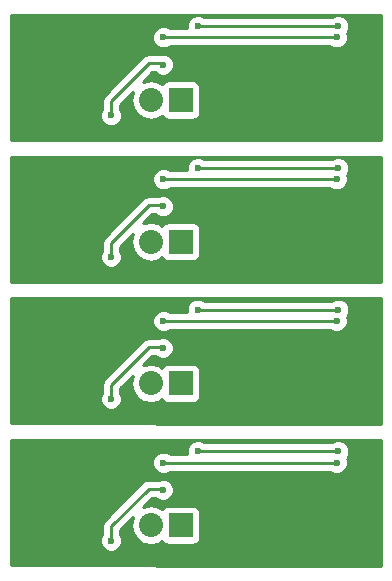
<source format=gbl>
G04 #@! TF.FileFunction,Copper,L2,Bot,Signal*
%FSLAX46Y46*%
G04 Gerber Fmt 4.6, Leading zero omitted, Abs format (unit mm)*
G04 Created by KiCad (PCBNEW 4.0.2-stable) date 11.06.2016 10:01:23*
%MOMM*%
G01*
G04 APERTURE LIST*
%ADD10C,0.200000*%
%ADD11R,2.032000X2.032000*%
%ADD12O,2.032000X2.032000*%
%ADD13C,0.600000*%
%ADD14C,0.250000*%
%ADD15C,0.254000*%
G04 APERTURE END LIST*
D10*
D11*
X118385000Y-109185000D03*
D12*
X115845000Y-109185000D03*
D11*
X118385000Y-97185000D03*
D12*
X115845000Y-97185000D03*
D11*
X118385000Y-85185000D03*
D12*
X115845000Y-85185000D03*
D11*
X118385000Y-73185000D03*
D12*
X115845000Y-73185000D03*
D13*
X107485000Y-109485000D03*
X133085000Y-111135000D03*
X120335000Y-111685000D03*
X119785000Y-104985000D03*
X107485000Y-97485000D03*
X133085000Y-99135000D03*
X120335000Y-99685000D03*
X119785000Y-92985000D03*
X107485000Y-85485000D03*
X133085000Y-87135000D03*
X120335000Y-87685000D03*
X119785000Y-80985000D03*
X107485000Y-73485000D03*
X133085000Y-75135000D03*
X120335000Y-75685000D03*
X119785000Y-68985000D03*
X116885000Y-106185000D03*
X112485000Y-110485000D03*
X116885000Y-94185000D03*
X112485000Y-98485000D03*
X116885000Y-82185000D03*
X112485000Y-86485000D03*
X116885000Y-70185000D03*
X112485000Y-74485000D03*
X116935000Y-103885000D03*
X131585000Y-103885000D03*
X116935000Y-91885000D03*
X131585000Y-91885000D03*
X116935000Y-79885000D03*
X131585000Y-79885000D03*
X116935000Y-67885000D03*
X131585000Y-67885000D03*
X131735000Y-102935000D03*
X119835000Y-102935000D03*
X131735000Y-90935000D03*
X119835000Y-90935000D03*
X131735000Y-78935000D03*
X119835000Y-78935000D03*
X131735000Y-66935000D03*
X119835000Y-66935000D03*
D14*
X120335000Y-105535000D02*
X120335000Y-111685000D01*
X119785000Y-104985000D02*
X120335000Y-105535000D01*
X120335000Y-93535000D02*
X120335000Y-99685000D01*
X119785000Y-92985000D02*
X120335000Y-93535000D01*
X120335000Y-81535000D02*
X120335000Y-87685000D01*
X119785000Y-80985000D02*
X120335000Y-81535000D01*
X120335000Y-69535000D02*
X120335000Y-75685000D01*
X119785000Y-68985000D02*
X120335000Y-69535000D01*
X116885000Y-106185000D02*
X116785000Y-106085000D01*
X116785000Y-106085000D02*
X115685000Y-106085000D01*
X112485000Y-109285000D02*
X112485000Y-110485000D01*
X115685000Y-106085000D02*
X112485000Y-109285000D01*
X116885000Y-94185000D02*
X116785000Y-94085000D01*
X116785000Y-94085000D02*
X115685000Y-94085000D01*
X112485000Y-97285000D02*
X112485000Y-98485000D01*
X115685000Y-94085000D02*
X112485000Y-97285000D01*
X116885000Y-82185000D02*
X116785000Y-82085000D01*
X116785000Y-82085000D02*
X115685000Y-82085000D01*
X112485000Y-85285000D02*
X112485000Y-86485000D01*
X115685000Y-82085000D02*
X112485000Y-85285000D01*
X116885000Y-70185000D02*
X116785000Y-70085000D01*
X116785000Y-70085000D02*
X115685000Y-70085000D01*
X112485000Y-73285000D02*
X112485000Y-74485000D01*
X115685000Y-70085000D02*
X112485000Y-73285000D01*
X116935000Y-103885000D02*
X131585000Y-103885000D01*
X116935000Y-91885000D02*
X131585000Y-91885000D01*
X116935000Y-79885000D02*
X131585000Y-79885000D01*
X116935000Y-67885000D02*
X131585000Y-67885000D01*
X119835000Y-102935000D02*
X131735000Y-102935000D01*
X119835000Y-90935000D02*
X131735000Y-90935000D01*
X119835000Y-78935000D02*
X131735000Y-78935000D01*
X119835000Y-66935000D02*
X131735000Y-66935000D01*
D15*
G36*
X135358000Y-112608000D02*
X126635309Y-112608000D01*
X106085309Y-112558000D01*
X104012000Y-112558000D01*
X104012000Y-110670167D01*
X111549838Y-110670167D01*
X111691883Y-111013943D01*
X111954673Y-111277192D01*
X112298201Y-111419838D01*
X112670167Y-111420162D01*
X113013943Y-111278117D01*
X113277192Y-111015327D01*
X113419838Y-110671799D01*
X113420162Y-110299833D01*
X113278117Y-109956057D01*
X113245000Y-109922882D01*
X113245000Y-109599802D01*
X114318612Y-108526190D01*
X114194000Y-109152655D01*
X114194000Y-109217345D01*
X114319675Y-109849155D01*
X114677567Y-110384778D01*
X115213190Y-110742670D01*
X115845000Y-110868345D01*
X116476810Y-110742670D01*
X116816792Y-110515501D01*
X116904910Y-110652441D01*
X117117110Y-110797431D01*
X117369000Y-110848440D01*
X119401000Y-110848440D01*
X119636317Y-110804162D01*
X119852441Y-110665090D01*
X119997431Y-110452890D01*
X120048440Y-110201000D01*
X120048440Y-108169000D01*
X120004162Y-107933683D01*
X119865090Y-107717559D01*
X119652890Y-107572569D01*
X119401000Y-107521560D01*
X117369000Y-107521560D01*
X117133683Y-107565838D01*
X116917559Y-107704910D01*
X116815802Y-107853837D01*
X116476810Y-107627330D01*
X115845000Y-107501655D01*
X115218535Y-107626267D01*
X115999802Y-106845000D01*
X116222711Y-106845000D01*
X116354673Y-106977192D01*
X116698201Y-107119838D01*
X117070167Y-107120162D01*
X117413943Y-106978117D01*
X117677192Y-106715327D01*
X117819838Y-106371799D01*
X117820162Y-105999833D01*
X117678117Y-105656057D01*
X117415327Y-105392808D01*
X117071799Y-105250162D01*
X116699833Y-105249838D01*
X116517927Y-105325000D01*
X115685000Y-105325000D01*
X115394160Y-105382852D01*
X115147599Y-105547599D01*
X111947599Y-108747599D01*
X111782852Y-108994161D01*
X111725000Y-109285000D01*
X111725000Y-109922537D01*
X111692808Y-109954673D01*
X111550162Y-110298201D01*
X111549838Y-110670167D01*
X104012000Y-110670167D01*
X104012000Y-104070167D01*
X115999838Y-104070167D01*
X116141883Y-104413943D01*
X116404673Y-104677192D01*
X116748201Y-104819838D01*
X117120167Y-104820162D01*
X117463943Y-104678117D01*
X117497118Y-104645000D01*
X131022537Y-104645000D01*
X131054673Y-104677192D01*
X131398201Y-104819838D01*
X131770167Y-104820162D01*
X132113943Y-104678117D01*
X132377192Y-104415327D01*
X132519838Y-104071799D01*
X132520162Y-103699833D01*
X132453615Y-103538776D01*
X132527192Y-103465327D01*
X132669838Y-103121799D01*
X132670162Y-102749833D01*
X132528117Y-102406057D01*
X132265327Y-102142808D01*
X131921799Y-102000162D01*
X131549833Y-101999838D01*
X131206057Y-102141883D01*
X131172882Y-102175000D01*
X120397463Y-102175000D01*
X120365327Y-102142808D01*
X120021799Y-102000162D01*
X119649833Y-101999838D01*
X119306057Y-102141883D01*
X119042808Y-102404673D01*
X118900162Y-102748201D01*
X118899838Y-103120167D01*
X118901835Y-103125000D01*
X117497463Y-103125000D01*
X117465327Y-103092808D01*
X117121799Y-102950162D01*
X116749833Y-102949838D01*
X116406057Y-103091883D01*
X116142808Y-103354673D01*
X116000162Y-103698201D01*
X115999838Y-104070167D01*
X104012000Y-104070167D01*
X104012000Y-101985000D01*
X135358000Y-101985000D01*
X135358000Y-112608000D01*
X135358000Y-112608000D01*
G37*
X135358000Y-112608000D02*
X126635309Y-112608000D01*
X106085309Y-112558000D01*
X104012000Y-112558000D01*
X104012000Y-110670167D01*
X111549838Y-110670167D01*
X111691883Y-111013943D01*
X111954673Y-111277192D01*
X112298201Y-111419838D01*
X112670167Y-111420162D01*
X113013943Y-111278117D01*
X113277192Y-111015327D01*
X113419838Y-110671799D01*
X113420162Y-110299833D01*
X113278117Y-109956057D01*
X113245000Y-109922882D01*
X113245000Y-109599802D01*
X114318612Y-108526190D01*
X114194000Y-109152655D01*
X114194000Y-109217345D01*
X114319675Y-109849155D01*
X114677567Y-110384778D01*
X115213190Y-110742670D01*
X115845000Y-110868345D01*
X116476810Y-110742670D01*
X116816792Y-110515501D01*
X116904910Y-110652441D01*
X117117110Y-110797431D01*
X117369000Y-110848440D01*
X119401000Y-110848440D01*
X119636317Y-110804162D01*
X119852441Y-110665090D01*
X119997431Y-110452890D01*
X120048440Y-110201000D01*
X120048440Y-108169000D01*
X120004162Y-107933683D01*
X119865090Y-107717559D01*
X119652890Y-107572569D01*
X119401000Y-107521560D01*
X117369000Y-107521560D01*
X117133683Y-107565838D01*
X116917559Y-107704910D01*
X116815802Y-107853837D01*
X116476810Y-107627330D01*
X115845000Y-107501655D01*
X115218535Y-107626267D01*
X115999802Y-106845000D01*
X116222711Y-106845000D01*
X116354673Y-106977192D01*
X116698201Y-107119838D01*
X117070167Y-107120162D01*
X117413943Y-106978117D01*
X117677192Y-106715327D01*
X117819838Y-106371799D01*
X117820162Y-105999833D01*
X117678117Y-105656057D01*
X117415327Y-105392808D01*
X117071799Y-105250162D01*
X116699833Y-105249838D01*
X116517927Y-105325000D01*
X115685000Y-105325000D01*
X115394160Y-105382852D01*
X115147599Y-105547599D01*
X111947599Y-108747599D01*
X111782852Y-108994161D01*
X111725000Y-109285000D01*
X111725000Y-109922537D01*
X111692808Y-109954673D01*
X111550162Y-110298201D01*
X111549838Y-110670167D01*
X104012000Y-110670167D01*
X104012000Y-104070167D01*
X115999838Y-104070167D01*
X116141883Y-104413943D01*
X116404673Y-104677192D01*
X116748201Y-104819838D01*
X117120167Y-104820162D01*
X117463943Y-104678117D01*
X117497118Y-104645000D01*
X131022537Y-104645000D01*
X131054673Y-104677192D01*
X131398201Y-104819838D01*
X131770167Y-104820162D01*
X132113943Y-104678117D01*
X132377192Y-104415327D01*
X132519838Y-104071799D01*
X132520162Y-103699833D01*
X132453615Y-103538776D01*
X132527192Y-103465327D01*
X132669838Y-103121799D01*
X132670162Y-102749833D01*
X132528117Y-102406057D01*
X132265327Y-102142808D01*
X131921799Y-102000162D01*
X131549833Y-101999838D01*
X131206057Y-102141883D01*
X131172882Y-102175000D01*
X120397463Y-102175000D01*
X120365327Y-102142808D01*
X120021799Y-102000162D01*
X119649833Y-101999838D01*
X119306057Y-102141883D01*
X119042808Y-102404673D01*
X118900162Y-102748201D01*
X118899838Y-103120167D01*
X118901835Y-103125000D01*
X117497463Y-103125000D01*
X117465327Y-103092808D01*
X117121799Y-102950162D01*
X116749833Y-102949838D01*
X116406057Y-103091883D01*
X116142808Y-103354673D01*
X116000162Y-103698201D01*
X115999838Y-104070167D01*
X104012000Y-104070167D01*
X104012000Y-101985000D01*
X135358000Y-101985000D01*
X135358000Y-112608000D01*
G36*
X135358000Y-100608000D02*
X126635309Y-100608000D01*
X106085309Y-100558000D01*
X104012000Y-100558000D01*
X104012000Y-98670167D01*
X111549838Y-98670167D01*
X111691883Y-99013943D01*
X111954673Y-99277192D01*
X112298201Y-99419838D01*
X112670167Y-99420162D01*
X113013943Y-99278117D01*
X113277192Y-99015327D01*
X113419838Y-98671799D01*
X113420162Y-98299833D01*
X113278117Y-97956057D01*
X113245000Y-97922882D01*
X113245000Y-97599802D01*
X114318612Y-96526190D01*
X114194000Y-97152655D01*
X114194000Y-97217345D01*
X114319675Y-97849155D01*
X114677567Y-98384778D01*
X115213190Y-98742670D01*
X115845000Y-98868345D01*
X116476810Y-98742670D01*
X116816792Y-98515501D01*
X116904910Y-98652441D01*
X117117110Y-98797431D01*
X117369000Y-98848440D01*
X119401000Y-98848440D01*
X119636317Y-98804162D01*
X119852441Y-98665090D01*
X119997431Y-98452890D01*
X120048440Y-98201000D01*
X120048440Y-96169000D01*
X120004162Y-95933683D01*
X119865090Y-95717559D01*
X119652890Y-95572569D01*
X119401000Y-95521560D01*
X117369000Y-95521560D01*
X117133683Y-95565838D01*
X116917559Y-95704910D01*
X116815802Y-95853837D01*
X116476810Y-95627330D01*
X115845000Y-95501655D01*
X115218535Y-95626267D01*
X115999802Y-94845000D01*
X116222711Y-94845000D01*
X116354673Y-94977192D01*
X116698201Y-95119838D01*
X117070167Y-95120162D01*
X117413943Y-94978117D01*
X117677192Y-94715327D01*
X117819838Y-94371799D01*
X117820162Y-93999833D01*
X117678117Y-93656057D01*
X117415327Y-93392808D01*
X117071799Y-93250162D01*
X116699833Y-93249838D01*
X116517927Y-93325000D01*
X115685000Y-93325000D01*
X115394160Y-93382852D01*
X115147599Y-93547599D01*
X111947599Y-96747599D01*
X111782852Y-96994161D01*
X111725000Y-97285000D01*
X111725000Y-97922537D01*
X111692808Y-97954673D01*
X111550162Y-98298201D01*
X111549838Y-98670167D01*
X104012000Y-98670167D01*
X104012000Y-92070167D01*
X115999838Y-92070167D01*
X116141883Y-92413943D01*
X116404673Y-92677192D01*
X116748201Y-92819838D01*
X117120167Y-92820162D01*
X117463943Y-92678117D01*
X117497118Y-92645000D01*
X131022537Y-92645000D01*
X131054673Y-92677192D01*
X131398201Y-92819838D01*
X131770167Y-92820162D01*
X132113943Y-92678117D01*
X132377192Y-92415327D01*
X132519838Y-92071799D01*
X132520162Y-91699833D01*
X132453615Y-91538776D01*
X132527192Y-91465327D01*
X132669838Y-91121799D01*
X132670162Y-90749833D01*
X132528117Y-90406057D01*
X132265327Y-90142808D01*
X131921799Y-90000162D01*
X131549833Y-89999838D01*
X131206057Y-90141883D01*
X131172882Y-90175000D01*
X120397463Y-90175000D01*
X120365327Y-90142808D01*
X120021799Y-90000162D01*
X119649833Y-89999838D01*
X119306057Y-90141883D01*
X119042808Y-90404673D01*
X118900162Y-90748201D01*
X118899838Y-91120167D01*
X118901835Y-91125000D01*
X117497463Y-91125000D01*
X117465327Y-91092808D01*
X117121799Y-90950162D01*
X116749833Y-90949838D01*
X116406057Y-91091883D01*
X116142808Y-91354673D01*
X116000162Y-91698201D01*
X115999838Y-92070167D01*
X104012000Y-92070167D01*
X104012000Y-89985000D01*
X135358000Y-89985000D01*
X135358000Y-100608000D01*
X135358000Y-100608000D01*
G37*
X135358000Y-100608000D02*
X126635309Y-100608000D01*
X106085309Y-100558000D01*
X104012000Y-100558000D01*
X104012000Y-98670167D01*
X111549838Y-98670167D01*
X111691883Y-99013943D01*
X111954673Y-99277192D01*
X112298201Y-99419838D01*
X112670167Y-99420162D01*
X113013943Y-99278117D01*
X113277192Y-99015327D01*
X113419838Y-98671799D01*
X113420162Y-98299833D01*
X113278117Y-97956057D01*
X113245000Y-97922882D01*
X113245000Y-97599802D01*
X114318612Y-96526190D01*
X114194000Y-97152655D01*
X114194000Y-97217345D01*
X114319675Y-97849155D01*
X114677567Y-98384778D01*
X115213190Y-98742670D01*
X115845000Y-98868345D01*
X116476810Y-98742670D01*
X116816792Y-98515501D01*
X116904910Y-98652441D01*
X117117110Y-98797431D01*
X117369000Y-98848440D01*
X119401000Y-98848440D01*
X119636317Y-98804162D01*
X119852441Y-98665090D01*
X119997431Y-98452890D01*
X120048440Y-98201000D01*
X120048440Y-96169000D01*
X120004162Y-95933683D01*
X119865090Y-95717559D01*
X119652890Y-95572569D01*
X119401000Y-95521560D01*
X117369000Y-95521560D01*
X117133683Y-95565838D01*
X116917559Y-95704910D01*
X116815802Y-95853837D01*
X116476810Y-95627330D01*
X115845000Y-95501655D01*
X115218535Y-95626267D01*
X115999802Y-94845000D01*
X116222711Y-94845000D01*
X116354673Y-94977192D01*
X116698201Y-95119838D01*
X117070167Y-95120162D01*
X117413943Y-94978117D01*
X117677192Y-94715327D01*
X117819838Y-94371799D01*
X117820162Y-93999833D01*
X117678117Y-93656057D01*
X117415327Y-93392808D01*
X117071799Y-93250162D01*
X116699833Y-93249838D01*
X116517927Y-93325000D01*
X115685000Y-93325000D01*
X115394160Y-93382852D01*
X115147599Y-93547599D01*
X111947599Y-96747599D01*
X111782852Y-96994161D01*
X111725000Y-97285000D01*
X111725000Y-97922537D01*
X111692808Y-97954673D01*
X111550162Y-98298201D01*
X111549838Y-98670167D01*
X104012000Y-98670167D01*
X104012000Y-92070167D01*
X115999838Y-92070167D01*
X116141883Y-92413943D01*
X116404673Y-92677192D01*
X116748201Y-92819838D01*
X117120167Y-92820162D01*
X117463943Y-92678117D01*
X117497118Y-92645000D01*
X131022537Y-92645000D01*
X131054673Y-92677192D01*
X131398201Y-92819838D01*
X131770167Y-92820162D01*
X132113943Y-92678117D01*
X132377192Y-92415327D01*
X132519838Y-92071799D01*
X132520162Y-91699833D01*
X132453615Y-91538776D01*
X132527192Y-91465327D01*
X132669838Y-91121799D01*
X132670162Y-90749833D01*
X132528117Y-90406057D01*
X132265327Y-90142808D01*
X131921799Y-90000162D01*
X131549833Y-89999838D01*
X131206057Y-90141883D01*
X131172882Y-90175000D01*
X120397463Y-90175000D01*
X120365327Y-90142808D01*
X120021799Y-90000162D01*
X119649833Y-89999838D01*
X119306057Y-90141883D01*
X119042808Y-90404673D01*
X118900162Y-90748201D01*
X118899838Y-91120167D01*
X118901835Y-91125000D01*
X117497463Y-91125000D01*
X117465327Y-91092808D01*
X117121799Y-90950162D01*
X116749833Y-90949838D01*
X116406057Y-91091883D01*
X116142808Y-91354673D01*
X116000162Y-91698201D01*
X115999838Y-92070167D01*
X104012000Y-92070167D01*
X104012000Y-89985000D01*
X135358000Y-89985000D01*
X135358000Y-100608000D01*
G36*
X135358000Y-88608000D02*
X126635309Y-88608000D01*
X106085309Y-88558000D01*
X104012000Y-88558000D01*
X104012000Y-86670167D01*
X111549838Y-86670167D01*
X111691883Y-87013943D01*
X111954673Y-87277192D01*
X112298201Y-87419838D01*
X112670167Y-87420162D01*
X113013943Y-87278117D01*
X113277192Y-87015327D01*
X113419838Y-86671799D01*
X113420162Y-86299833D01*
X113278117Y-85956057D01*
X113245000Y-85922882D01*
X113245000Y-85599802D01*
X114318612Y-84526190D01*
X114194000Y-85152655D01*
X114194000Y-85217345D01*
X114319675Y-85849155D01*
X114677567Y-86384778D01*
X115213190Y-86742670D01*
X115845000Y-86868345D01*
X116476810Y-86742670D01*
X116816792Y-86515501D01*
X116904910Y-86652441D01*
X117117110Y-86797431D01*
X117369000Y-86848440D01*
X119401000Y-86848440D01*
X119636317Y-86804162D01*
X119852441Y-86665090D01*
X119997431Y-86452890D01*
X120048440Y-86201000D01*
X120048440Y-84169000D01*
X120004162Y-83933683D01*
X119865090Y-83717559D01*
X119652890Y-83572569D01*
X119401000Y-83521560D01*
X117369000Y-83521560D01*
X117133683Y-83565838D01*
X116917559Y-83704910D01*
X116815802Y-83853837D01*
X116476810Y-83627330D01*
X115845000Y-83501655D01*
X115218535Y-83626267D01*
X115999802Y-82845000D01*
X116222711Y-82845000D01*
X116354673Y-82977192D01*
X116698201Y-83119838D01*
X117070167Y-83120162D01*
X117413943Y-82978117D01*
X117677192Y-82715327D01*
X117819838Y-82371799D01*
X117820162Y-81999833D01*
X117678117Y-81656057D01*
X117415327Y-81392808D01*
X117071799Y-81250162D01*
X116699833Y-81249838D01*
X116517927Y-81325000D01*
X115685000Y-81325000D01*
X115394160Y-81382852D01*
X115147599Y-81547599D01*
X111947599Y-84747599D01*
X111782852Y-84994161D01*
X111725000Y-85285000D01*
X111725000Y-85922537D01*
X111692808Y-85954673D01*
X111550162Y-86298201D01*
X111549838Y-86670167D01*
X104012000Y-86670167D01*
X104012000Y-80070167D01*
X115999838Y-80070167D01*
X116141883Y-80413943D01*
X116404673Y-80677192D01*
X116748201Y-80819838D01*
X117120167Y-80820162D01*
X117463943Y-80678117D01*
X117497118Y-80645000D01*
X131022537Y-80645000D01*
X131054673Y-80677192D01*
X131398201Y-80819838D01*
X131770167Y-80820162D01*
X132113943Y-80678117D01*
X132377192Y-80415327D01*
X132519838Y-80071799D01*
X132520162Y-79699833D01*
X132453615Y-79538776D01*
X132527192Y-79465327D01*
X132669838Y-79121799D01*
X132670162Y-78749833D01*
X132528117Y-78406057D01*
X132265327Y-78142808D01*
X131921799Y-78000162D01*
X131549833Y-77999838D01*
X131206057Y-78141883D01*
X131172882Y-78175000D01*
X120397463Y-78175000D01*
X120365327Y-78142808D01*
X120021799Y-78000162D01*
X119649833Y-77999838D01*
X119306057Y-78141883D01*
X119042808Y-78404673D01*
X118900162Y-78748201D01*
X118899838Y-79120167D01*
X118901835Y-79125000D01*
X117497463Y-79125000D01*
X117465327Y-79092808D01*
X117121799Y-78950162D01*
X116749833Y-78949838D01*
X116406057Y-79091883D01*
X116142808Y-79354673D01*
X116000162Y-79698201D01*
X115999838Y-80070167D01*
X104012000Y-80070167D01*
X104012000Y-77985000D01*
X135358000Y-77985000D01*
X135358000Y-88608000D01*
X135358000Y-88608000D01*
G37*
X135358000Y-88608000D02*
X126635309Y-88608000D01*
X106085309Y-88558000D01*
X104012000Y-88558000D01*
X104012000Y-86670167D01*
X111549838Y-86670167D01*
X111691883Y-87013943D01*
X111954673Y-87277192D01*
X112298201Y-87419838D01*
X112670167Y-87420162D01*
X113013943Y-87278117D01*
X113277192Y-87015327D01*
X113419838Y-86671799D01*
X113420162Y-86299833D01*
X113278117Y-85956057D01*
X113245000Y-85922882D01*
X113245000Y-85599802D01*
X114318612Y-84526190D01*
X114194000Y-85152655D01*
X114194000Y-85217345D01*
X114319675Y-85849155D01*
X114677567Y-86384778D01*
X115213190Y-86742670D01*
X115845000Y-86868345D01*
X116476810Y-86742670D01*
X116816792Y-86515501D01*
X116904910Y-86652441D01*
X117117110Y-86797431D01*
X117369000Y-86848440D01*
X119401000Y-86848440D01*
X119636317Y-86804162D01*
X119852441Y-86665090D01*
X119997431Y-86452890D01*
X120048440Y-86201000D01*
X120048440Y-84169000D01*
X120004162Y-83933683D01*
X119865090Y-83717559D01*
X119652890Y-83572569D01*
X119401000Y-83521560D01*
X117369000Y-83521560D01*
X117133683Y-83565838D01*
X116917559Y-83704910D01*
X116815802Y-83853837D01*
X116476810Y-83627330D01*
X115845000Y-83501655D01*
X115218535Y-83626267D01*
X115999802Y-82845000D01*
X116222711Y-82845000D01*
X116354673Y-82977192D01*
X116698201Y-83119838D01*
X117070167Y-83120162D01*
X117413943Y-82978117D01*
X117677192Y-82715327D01*
X117819838Y-82371799D01*
X117820162Y-81999833D01*
X117678117Y-81656057D01*
X117415327Y-81392808D01*
X117071799Y-81250162D01*
X116699833Y-81249838D01*
X116517927Y-81325000D01*
X115685000Y-81325000D01*
X115394160Y-81382852D01*
X115147599Y-81547599D01*
X111947599Y-84747599D01*
X111782852Y-84994161D01*
X111725000Y-85285000D01*
X111725000Y-85922537D01*
X111692808Y-85954673D01*
X111550162Y-86298201D01*
X111549838Y-86670167D01*
X104012000Y-86670167D01*
X104012000Y-80070167D01*
X115999838Y-80070167D01*
X116141883Y-80413943D01*
X116404673Y-80677192D01*
X116748201Y-80819838D01*
X117120167Y-80820162D01*
X117463943Y-80678117D01*
X117497118Y-80645000D01*
X131022537Y-80645000D01*
X131054673Y-80677192D01*
X131398201Y-80819838D01*
X131770167Y-80820162D01*
X132113943Y-80678117D01*
X132377192Y-80415327D01*
X132519838Y-80071799D01*
X132520162Y-79699833D01*
X132453615Y-79538776D01*
X132527192Y-79465327D01*
X132669838Y-79121799D01*
X132670162Y-78749833D01*
X132528117Y-78406057D01*
X132265327Y-78142808D01*
X131921799Y-78000162D01*
X131549833Y-77999838D01*
X131206057Y-78141883D01*
X131172882Y-78175000D01*
X120397463Y-78175000D01*
X120365327Y-78142808D01*
X120021799Y-78000162D01*
X119649833Y-77999838D01*
X119306057Y-78141883D01*
X119042808Y-78404673D01*
X118900162Y-78748201D01*
X118899838Y-79120167D01*
X118901835Y-79125000D01*
X117497463Y-79125000D01*
X117465327Y-79092808D01*
X117121799Y-78950162D01*
X116749833Y-78949838D01*
X116406057Y-79091883D01*
X116142808Y-79354673D01*
X116000162Y-79698201D01*
X115999838Y-80070167D01*
X104012000Y-80070167D01*
X104012000Y-77985000D01*
X135358000Y-77985000D01*
X135358000Y-88608000D01*
G36*
X135358000Y-76608000D02*
X126635309Y-76608000D01*
X106085309Y-76558000D01*
X104012000Y-76558000D01*
X104012000Y-74670167D01*
X111549838Y-74670167D01*
X111691883Y-75013943D01*
X111954673Y-75277192D01*
X112298201Y-75419838D01*
X112670167Y-75420162D01*
X113013943Y-75278117D01*
X113277192Y-75015327D01*
X113419838Y-74671799D01*
X113420162Y-74299833D01*
X113278117Y-73956057D01*
X113245000Y-73922882D01*
X113245000Y-73599802D01*
X114318612Y-72526190D01*
X114194000Y-73152655D01*
X114194000Y-73217345D01*
X114319675Y-73849155D01*
X114677567Y-74384778D01*
X115213190Y-74742670D01*
X115845000Y-74868345D01*
X116476810Y-74742670D01*
X116816792Y-74515501D01*
X116904910Y-74652441D01*
X117117110Y-74797431D01*
X117369000Y-74848440D01*
X119401000Y-74848440D01*
X119636317Y-74804162D01*
X119852441Y-74665090D01*
X119997431Y-74452890D01*
X120048440Y-74201000D01*
X120048440Y-72169000D01*
X120004162Y-71933683D01*
X119865090Y-71717559D01*
X119652890Y-71572569D01*
X119401000Y-71521560D01*
X117369000Y-71521560D01*
X117133683Y-71565838D01*
X116917559Y-71704910D01*
X116815802Y-71853837D01*
X116476810Y-71627330D01*
X115845000Y-71501655D01*
X115218535Y-71626267D01*
X115999802Y-70845000D01*
X116222711Y-70845000D01*
X116354673Y-70977192D01*
X116698201Y-71119838D01*
X117070167Y-71120162D01*
X117413943Y-70978117D01*
X117677192Y-70715327D01*
X117819838Y-70371799D01*
X117820162Y-69999833D01*
X117678117Y-69656057D01*
X117415327Y-69392808D01*
X117071799Y-69250162D01*
X116699833Y-69249838D01*
X116517927Y-69325000D01*
X115685000Y-69325000D01*
X115394160Y-69382852D01*
X115147599Y-69547599D01*
X111947599Y-72747599D01*
X111782852Y-72994161D01*
X111725000Y-73285000D01*
X111725000Y-73922537D01*
X111692808Y-73954673D01*
X111550162Y-74298201D01*
X111549838Y-74670167D01*
X104012000Y-74670167D01*
X104012000Y-68070167D01*
X115999838Y-68070167D01*
X116141883Y-68413943D01*
X116404673Y-68677192D01*
X116748201Y-68819838D01*
X117120167Y-68820162D01*
X117463943Y-68678117D01*
X117497118Y-68645000D01*
X131022537Y-68645000D01*
X131054673Y-68677192D01*
X131398201Y-68819838D01*
X131770167Y-68820162D01*
X132113943Y-68678117D01*
X132377192Y-68415327D01*
X132519838Y-68071799D01*
X132520162Y-67699833D01*
X132453615Y-67538776D01*
X132527192Y-67465327D01*
X132669838Y-67121799D01*
X132670162Y-66749833D01*
X132528117Y-66406057D01*
X132265327Y-66142808D01*
X131921799Y-66000162D01*
X131549833Y-65999838D01*
X131206057Y-66141883D01*
X131172882Y-66175000D01*
X120397463Y-66175000D01*
X120365327Y-66142808D01*
X120021799Y-66000162D01*
X119649833Y-65999838D01*
X119306057Y-66141883D01*
X119042808Y-66404673D01*
X118900162Y-66748201D01*
X118899838Y-67120167D01*
X118901835Y-67125000D01*
X117497463Y-67125000D01*
X117465327Y-67092808D01*
X117121799Y-66950162D01*
X116749833Y-66949838D01*
X116406057Y-67091883D01*
X116142808Y-67354673D01*
X116000162Y-67698201D01*
X115999838Y-68070167D01*
X104012000Y-68070167D01*
X104012000Y-65985000D01*
X135358000Y-65985000D01*
X135358000Y-76608000D01*
X135358000Y-76608000D01*
G37*
X135358000Y-76608000D02*
X126635309Y-76608000D01*
X106085309Y-76558000D01*
X104012000Y-76558000D01*
X104012000Y-74670167D01*
X111549838Y-74670167D01*
X111691883Y-75013943D01*
X111954673Y-75277192D01*
X112298201Y-75419838D01*
X112670167Y-75420162D01*
X113013943Y-75278117D01*
X113277192Y-75015327D01*
X113419838Y-74671799D01*
X113420162Y-74299833D01*
X113278117Y-73956057D01*
X113245000Y-73922882D01*
X113245000Y-73599802D01*
X114318612Y-72526190D01*
X114194000Y-73152655D01*
X114194000Y-73217345D01*
X114319675Y-73849155D01*
X114677567Y-74384778D01*
X115213190Y-74742670D01*
X115845000Y-74868345D01*
X116476810Y-74742670D01*
X116816792Y-74515501D01*
X116904910Y-74652441D01*
X117117110Y-74797431D01*
X117369000Y-74848440D01*
X119401000Y-74848440D01*
X119636317Y-74804162D01*
X119852441Y-74665090D01*
X119997431Y-74452890D01*
X120048440Y-74201000D01*
X120048440Y-72169000D01*
X120004162Y-71933683D01*
X119865090Y-71717559D01*
X119652890Y-71572569D01*
X119401000Y-71521560D01*
X117369000Y-71521560D01*
X117133683Y-71565838D01*
X116917559Y-71704910D01*
X116815802Y-71853837D01*
X116476810Y-71627330D01*
X115845000Y-71501655D01*
X115218535Y-71626267D01*
X115999802Y-70845000D01*
X116222711Y-70845000D01*
X116354673Y-70977192D01*
X116698201Y-71119838D01*
X117070167Y-71120162D01*
X117413943Y-70978117D01*
X117677192Y-70715327D01*
X117819838Y-70371799D01*
X117820162Y-69999833D01*
X117678117Y-69656057D01*
X117415327Y-69392808D01*
X117071799Y-69250162D01*
X116699833Y-69249838D01*
X116517927Y-69325000D01*
X115685000Y-69325000D01*
X115394160Y-69382852D01*
X115147599Y-69547599D01*
X111947599Y-72747599D01*
X111782852Y-72994161D01*
X111725000Y-73285000D01*
X111725000Y-73922537D01*
X111692808Y-73954673D01*
X111550162Y-74298201D01*
X111549838Y-74670167D01*
X104012000Y-74670167D01*
X104012000Y-68070167D01*
X115999838Y-68070167D01*
X116141883Y-68413943D01*
X116404673Y-68677192D01*
X116748201Y-68819838D01*
X117120167Y-68820162D01*
X117463943Y-68678117D01*
X117497118Y-68645000D01*
X131022537Y-68645000D01*
X131054673Y-68677192D01*
X131398201Y-68819838D01*
X131770167Y-68820162D01*
X132113943Y-68678117D01*
X132377192Y-68415327D01*
X132519838Y-68071799D01*
X132520162Y-67699833D01*
X132453615Y-67538776D01*
X132527192Y-67465327D01*
X132669838Y-67121799D01*
X132670162Y-66749833D01*
X132528117Y-66406057D01*
X132265327Y-66142808D01*
X131921799Y-66000162D01*
X131549833Y-65999838D01*
X131206057Y-66141883D01*
X131172882Y-66175000D01*
X120397463Y-66175000D01*
X120365327Y-66142808D01*
X120021799Y-66000162D01*
X119649833Y-65999838D01*
X119306057Y-66141883D01*
X119042808Y-66404673D01*
X118900162Y-66748201D01*
X118899838Y-67120167D01*
X118901835Y-67125000D01*
X117497463Y-67125000D01*
X117465327Y-67092808D01*
X117121799Y-66950162D01*
X116749833Y-66949838D01*
X116406057Y-67091883D01*
X116142808Y-67354673D01*
X116000162Y-67698201D01*
X115999838Y-68070167D01*
X104012000Y-68070167D01*
X104012000Y-65985000D01*
X135358000Y-65985000D01*
X135358000Y-76608000D01*
M02*

</source>
